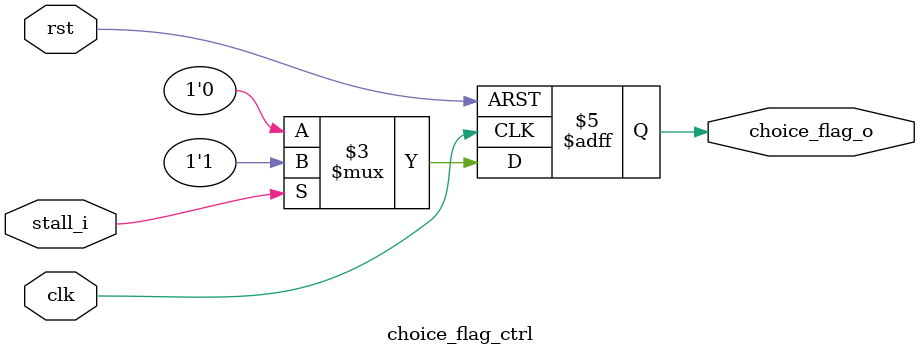
<source format=v>
module choice_flag_ctrl (
    input wire clk,
    input wire rst,
    input wire stall_i, // 流水线暂停信号
    output reg choice_flag_o // 选择是否使用lr的值
);

    always @ (posedge clk or posedge rst) begin
        if (rst) begin
            choice_flag_o <= 1'b0; // 默认不使用lr的值
        end else if (stall_i) begin
            choice_flag_o <= 1'b1; // 流水线暂停时使用lr的值
        end else begin
            choice_flag_o <= 1'b0; // 正常情况下不使用lr的值
        end
    end

endmodule
</source>
